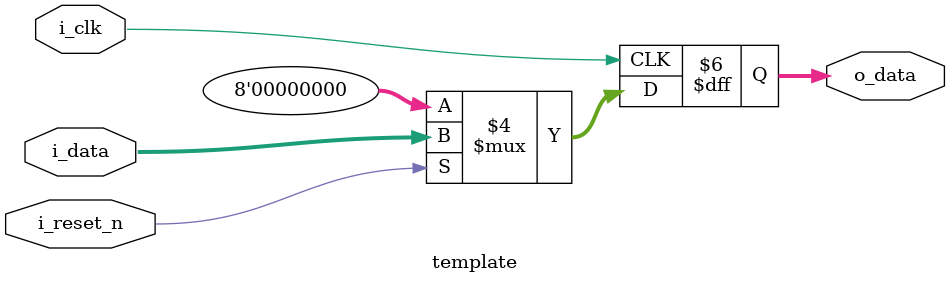
<source format=v>

`default_nettype none
`timescale 1ps/1ps

module template(
    input   wire    [0:0]   i_clk,
    input   wire    [0:0]   i_reset_n,
    input   wire    [7:0]   i_data,
    output  reg     [7:0]   o_data
);

always @(posedge i_clk) begin
    if(!i_reset_n) begin
        o_data <= 8'h00;
    end else begin
        o_data <= i_data;
    end
end

endmodule

</source>
